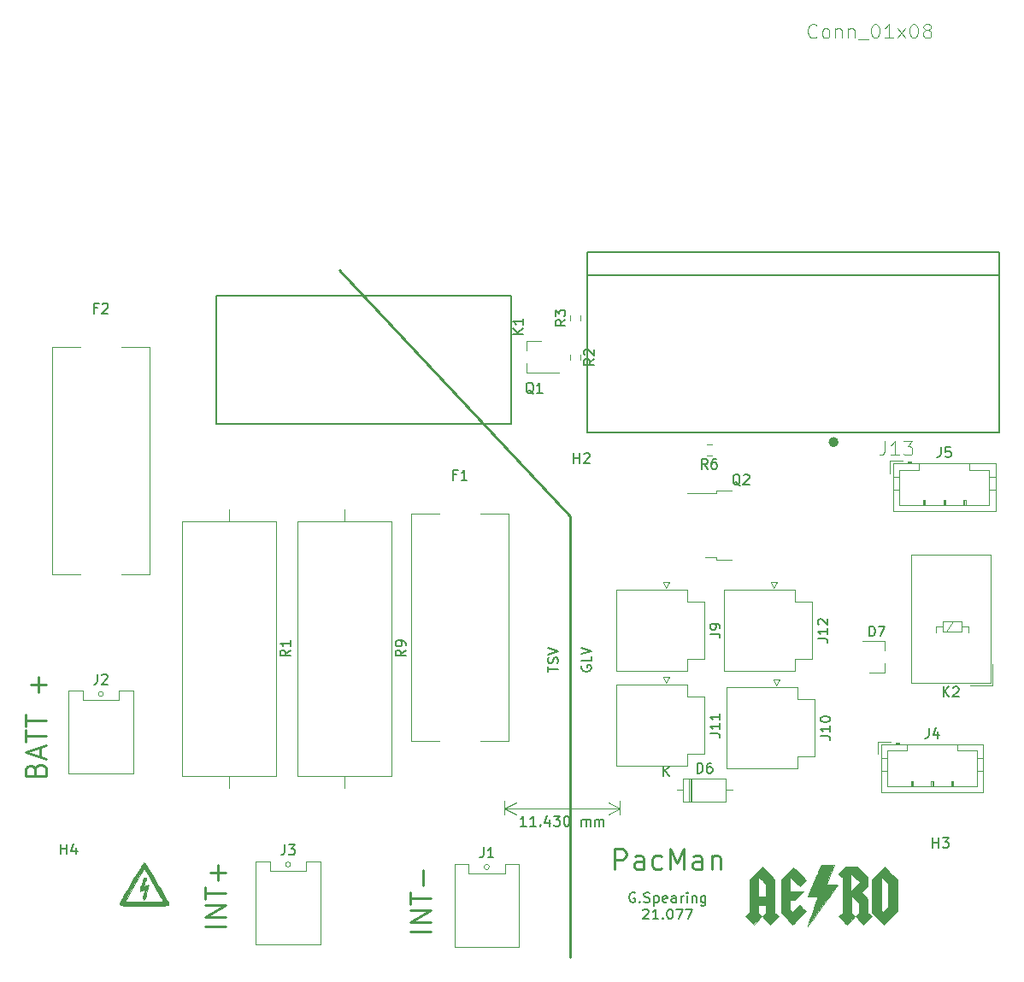
<source format=gbr>
%TF.GenerationSoftware,KiCad,Pcbnew,5.1.7-a382d34a8~88~ubuntu18.04.1*%
%TF.CreationDate,2021-03-18T09:08:07-04:00*%
%TF.ProjectId,Pacman2020,5061636d-616e-4323-9032-302e6b696361,rev?*%
%TF.SameCoordinates,Original*%
%TF.FileFunction,Legend,Top*%
%TF.FilePolarity,Positive*%
%FSLAX46Y46*%
G04 Gerber Fmt 4.6, Leading zero omitted, Abs format (unit mm)*
G04 Created by KiCad (PCBNEW 5.1.7-a382d34a8~88~ubuntu18.04.1) date 2021-03-18 09:08:07*
%MOMM*%
%LPD*%
G01*
G04 APERTURE LIST*
%ADD10C,0.250000*%
%ADD11C,0.150000*%
%ADD12C,0.240000*%
%ADD13C,0.120000*%
%ADD14C,0.010000*%
%ADD15C,0.127000*%
%ADD16C,0.500000*%
%ADD17C,0.050000*%
G04 APERTURE END LIST*
D10*
X89804761Y-141731619D02*
X87804761Y-141731619D01*
X89804761Y-140779238D02*
X87804761Y-140779238D01*
X89804761Y-139636380D01*
X87804761Y-139636380D01*
X87804761Y-138969714D02*
X87804761Y-137826857D01*
X89804761Y-138398285D02*
X87804761Y-138398285D01*
X89042857Y-137160190D02*
X89042857Y-135636380D01*
X69484761Y-141223619D02*
X67484761Y-141223619D01*
X69484761Y-140271238D02*
X67484761Y-140271238D01*
X69484761Y-139128380D01*
X67484761Y-139128380D01*
X67484761Y-138461714D02*
X67484761Y-137318857D01*
X69484761Y-137890285D02*
X67484761Y-137890285D01*
X68722857Y-136652190D02*
X68722857Y-135128380D01*
X69484761Y-135890285D02*
X67960952Y-135890285D01*
X50657142Y-125650095D02*
X50752380Y-125364380D01*
X50847619Y-125269142D01*
X51038095Y-125173904D01*
X51323809Y-125173904D01*
X51514285Y-125269142D01*
X51609523Y-125364380D01*
X51704761Y-125554857D01*
X51704761Y-126316761D01*
X49704761Y-126316761D01*
X49704761Y-125650095D01*
X49800000Y-125459619D01*
X49895238Y-125364380D01*
X50085714Y-125269142D01*
X50276190Y-125269142D01*
X50466666Y-125364380D01*
X50561904Y-125459619D01*
X50657142Y-125650095D01*
X50657142Y-126316761D01*
X51133333Y-124412000D02*
X51133333Y-123459619D01*
X51704761Y-124602476D02*
X49704761Y-123935809D01*
X51704761Y-123269142D01*
X49704761Y-122888190D02*
X49704761Y-121745333D01*
X51704761Y-122316761D02*
X49704761Y-122316761D01*
X49704761Y-121364380D02*
X49704761Y-120221523D01*
X51704761Y-120792952D02*
X49704761Y-120792952D01*
X50942857Y-118031047D02*
X50942857Y-116507238D01*
X51704761Y-117269142D02*
X50180952Y-117269142D01*
D11*
X101434380Y-115998476D02*
X101434380Y-115427047D01*
X102434380Y-115712761D02*
X101434380Y-115712761D01*
X102386761Y-115141333D02*
X102434380Y-114998476D01*
X102434380Y-114760380D01*
X102386761Y-114665142D01*
X102339142Y-114617523D01*
X102243904Y-114569904D01*
X102148666Y-114569904D01*
X102053428Y-114617523D01*
X102005809Y-114665142D01*
X101958190Y-114760380D01*
X101910571Y-114950857D01*
X101862952Y-115046095D01*
X101815333Y-115093714D01*
X101720095Y-115141333D01*
X101624857Y-115141333D01*
X101529619Y-115093714D01*
X101482000Y-115046095D01*
X101434380Y-114950857D01*
X101434380Y-114712761D01*
X101482000Y-114569904D01*
X101434380Y-114284190D02*
X102434380Y-113950857D01*
X101434380Y-113617523D01*
X104782000Y-115379428D02*
X104734380Y-115474666D01*
X104734380Y-115617523D01*
X104782000Y-115760380D01*
X104877238Y-115855619D01*
X104972476Y-115903238D01*
X105162952Y-115950857D01*
X105305809Y-115950857D01*
X105496285Y-115903238D01*
X105591523Y-115855619D01*
X105686761Y-115760380D01*
X105734380Y-115617523D01*
X105734380Y-115522285D01*
X105686761Y-115379428D01*
X105639142Y-115331809D01*
X105305809Y-115331809D01*
X105305809Y-115522285D01*
X105734380Y-114427047D02*
X105734380Y-114903238D01*
X104734380Y-114903238D01*
X104734380Y-114236571D02*
X105734380Y-113903238D01*
X104734380Y-113569904D01*
D12*
X103632000Y-100584000D02*
X80772000Y-76200000D01*
X103632000Y-144272000D02*
X103632000Y-100584000D01*
D11*
X110045904Y-137867000D02*
X109950666Y-137819380D01*
X109807809Y-137819380D01*
X109664952Y-137867000D01*
X109569714Y-137962238D01*
X109522095Y-138057476D01*
X109474476Y-138247952D01*
X109474476Y-138390809D01*
X109522095Y-138581285D01*
X109569714Y-138676523D01*
X109664952Y-138771761D01*
X109807809Y-138819380D01*
X109903047Y-138819380D01*
X110045904Y-138771761D01*
X110093523Y-138724142D01*
X110093523Y-138390809D01*
X109903047Y-138390809D01*
X110522095Y-138724142D02*
X110569714Y-138771761D01*
X110522095Y-138819380D01*
X110474476Y-138771761D01*
X110522095Y-138724142D01*
X110522095Y-138819380D01*
X110950666Y-138771761D02*
X111093523Y-138819380D01*
X111331619Y-138819380D01*
X111426857Y-138771761D01*
X111474476Y-138724142D01*
X111522095Y-138628904D01*
X111522095Y-138533666D01*
X111474476Y-138438428D01*
X111426857Y-138390809D01*
X111331619Y-138343190D01*
X111141142Y-138295571D01*
X111045904Y-138247952D01*
X110998285Y-138200333D01*
X110950666Y-138105095D01*
X110950666Y-138009857D01*
X110998285Y-137914619D01*
X111045904Y-137867000D01*
X111141142Y-137819380D01*
X111379238Y-137819380D01*
X111522095Y-137867000D01*
X111950666Y-138152714D02*
X111950666Y-139152714D01*
X111950666Y-138200333D02*
X112045904Y-138152714D01*
X112236380Y-138152714D01*
X112331619Y-138200333D01*
X112379238Y-138247952D01*
X112426857Y-138343190D01*
X112426857Y-138628904D01*
X112379238Y-138724142D01*
X112331619Y-138771761D01*
X112236380Y-138819380D01*
X112045904Y-138819380D01*
X111950666Y-138771761D01*
X113236380Y-138771761D02*
X113141142Y-138819380D01*
X112950666Y-138819380D01*
X112855428Y-138771761D01*
X112807809Y-138676523D01*
X112807809Y-138295571D01*
X112855428Y-138200333D01*
X112950666Y-138152714D01*
X113141142Y-138152714D01*
X113236380Y-138200333D01*
X113284000Y-138295571D01*
X113284000Y-138390809D01*
X112807809Y-138486047D01*
X114141142Y-138819380D02*
X114141142Y-138295571D01*
X114093523Y-138200333D01*
X113998285Y-138152714D01*
X113807809Y-138152714D01*
X113712571Y-138200333D01*
X114141142Y-138771761D02*
X114045904Y-138819380D01*
X113807809Y-138819380D01*
X113712571Y-138771761D01*
X113664952Y-138676523D01*
X113664952Y-138581285D01*
X113712571Y-138486047D01*
X113807809Y-138438428D01*
X114045904Y-138438428D01*
X114141142Y-138390809D01*
X114617333Y-138819380D02*
X114617333Y-138152714D01*
X114617333Y-138343190D02*
X114664952Y-138247952D01*
X114712571Y-138200333D01*
X114807809Y-138152714D01*
X114903047Y-138152714D01*
X115236380Y-138819380D02*
X115236380Y-138152714D01*
X115236380Y-137819380D02*
X115188761Y-137867000D01*
X115236380Y-137914619D01*
X115284000Y-137867000D01*
X115236380Y-137819380D01*
X115236380Y-137914619D01*
X115712571Y-138152714D02*
X115712571Y-138819380D01*
X115712571Y-138247952D02*
X115760190Y-138200333D01*
X115855428Y-138152714D01*
X115998285Y-138152714D01*
X116093523Y-138200333D01*
X116141142Y-138295571D01*
X116141142Y-138819380D01*
X117045904Y-138152714D02*
X117045904Y-138962238D01*
X116998285Y-139057476D01*
X116950666Y-139105095D01*
X116855428Y-139152714D01*
X116712571Y-139152714D01*
X116617333Y-139105095D01*
X117045904Y-138771761D02*
X116950666Y-138819380D01*
X116760190Y-138819380D01*
X116664952Y-138771761D01*
X116617333Y-138724142D01*
X116569714Y-138628904D01*
X116569714Y-138343190D01*
X116617333Y-138247952D01*
X116664952Y-138200333D01*
X116760190Y-138152714D01*
X116950666Y-138152714D01*
X117045904Y-138200333D01*
X110855428Y-139564619D02*
X110903047Y-139517000D01*
X110998285Y-139469380D01*
X111236380Y-139469380D01*
X111331619Y-139517000D01*
X111379238Y-139564619D01*
X111426857Y-139659857D01*
X111426857Y-139755095D01*
X111379238Y-139897952D01*
X110807809Y-140469380D01*
X111426857Y-140469380D01*
X112379238Y-140469380D02*
X111807809Y-140469380D01*
X112093523Y-140469380D02*
X112093523Y-139469380D01*
X111998285Y-139612238D01*
X111903047Y-139707476D01*
X111807809Y-139755095D01*
X112807809Y-140374142D02*
X112855428Y-140421761D01*
X112807809Y-140469380D01*
X112760190Y-140421761D01*
X112807809Y-140374142D01*
X112807809Y-140469380D01*
X113474476Y-139469380D02*
X113569714Y-139469380D01*
X113664952Y-139517000D01*
X113712571Y-139564619D01*
X113760190Y-139659857D01*
X113807809Y-139850333D01*
X113807809Y-140088428D01*
X113760190Y-140278904D01*
X113712571Y-140374142D01*
X113664952Y-140421761D01*
X113569714Y-140469380D01*
X113474476Y-140469380D01*
X113379238Y-140421761D01*
X113331619Y-140374142D01*
X113284000Y-140278904D01*
X113236380Y-140088428D01*
X113236380Y-139850333D01*
X113284000Y-139659857D01*
X113331619Y-139564619D01*
X113379238Y-139517000D01*
X113474476Y-139469380D01*
X114141142Y-139469380D02*
X114807809Y-139469380D01*
X114379238Y-140469380D01*
X115093523Y-139469380D02*
X115760190Y-139469380D01*
X115331619Y-140469380D01*
D10*
X108045904Y-135524761D02*
X108045904Y-133524761D01*
X108807809Y-133524761D01*
X108998285Y-133620000D01*
X109093523Y-133715238D01*
X109188761Y-133905714D01*
X109188761Y-134191428D01*
X109093523Y-134381904D01*
X108998285Y-134477142D01*
X108807809Y-134572380D01*
X108045904Y-134572380D01*
X110903047Y-135524761D02*
X110903047Y-134477142D01*
X110807809Y-134286666D01*
X110617333Y-134191428D01*
X110236380Y-134191428D01*
X110045904Y-134286666D01*
X110903047Y-135429523D02*
X110712571Y-135524761D01*
X110236380Y-135524761D01*
X110045904Y-135429523D01*
X109950666Y-135239047D01*
X109950666Y-135048571D01*
X110045904Y-134858095D01*
X110236380Y-134762857D01*
X110712571Y-134762857D01*
X110903047Y-134667619D01*
X112712571Y-135429523D02*
X112522095Y-135524761D01*
X112141142Y-135524761D01*
X111950666Y-135429523D01*
X111855428Y-135334285D01*
X111760190Y-135143809D01*
X111760190Y-134572380D01*
X111855428Y-134381904D01*
X111950666Y-134286666D01*
X112141142Y-134191428D01*
X112522095Y-134191428D01*
X112712571Y-134286666D01*
X113569714Y-135524761D02*
X113569714Y-133524761D01*
X114236380Y-134953333D01*
X114903047Y-133524761D01*
X114903047Y-135524761D01*
X116712571Y-135524761D02*
X116712571Y-134477142D01*
X116617333Y-134286666D01*
X116426857Y-134191428D01*
X116045904Y-134191428D01*
X115855428Y-134286666D01*
X116712571Y-135429523D02*
X116522095Y-135524761D01*
X116045904Y-135524761D01*
X115855428Y-135429523D01*
X115760190Y-135239047D01*
X115760190Y-135048571D01*
X115855428Y-134858095D01*
X116045904Y-134762857D01*
X116522095Y-134762857D01*
X116712571Y-134667619D01*
X117664952Y-134191428D02*
X117664952Y-135524761D01*
X117664952Y-134381904D02*
X117760190Y-134286666D01*
X117950666Y-134191428D01*
X118236380Y-134191428D01*
X118426857Y-134286666D01*
X118522095Y-134477142D01*
X118522095Y-135524761D01*
D11*
X99298571Y-131262380D02*
X98727142Y-131262380D01*
X99012857Y-131262380D02*
X99012857Y-130262380D01*
X98917619Y-130405238D01*
X98822380Y-130500476D01*
X98727142Y-130548095D01*
X100250952Y-131262380D02*
X99679523Y-131262380D01*
X99965238Y-131262380D02*
X99965238Y-130262380D01*
X99870000Y-130405238D01*
X99774761Y-130500476D01*
X99679523Y-130548095D01*
X100679523Y-131167142D02*
X100727142Y-131214761D01*
X100679523Y-131262380D01*
X100631904Y-131214761D01*
X100679523Y-131167142D01*
X100679523Y-131262380D01*
X101584285Y-130595714D02*
X101584285Y-131262380D01*
X101346190Y-130214761D02*
X101108095Y-130929047D01*
X101727142Y-130929047D01*
X102012857Y-130262380D02*
X102631904Y-130262380D01*
X102298571Y-130643333D01*
X102441428Y-130643333D01*
X102536666Y-130690952D01*
X102584285Y-130738571D01*
X102631904Y-130833809D01*
X102631904Y-131071904D01*
X102584285Y-131167142D01*
X102536666Y-131214761D01*
X102441428Y-131262380D01*
X102155714Y-131262380D01*
X102060476Y-131214761D01*
X102012857Y-131167142D01*
X103250952Y-130262380D02*
X103346190Y-130262380D01*
X103441428Y-130310000D01*
X103489047Y-130357619D01*
X103536666Y-130452857D01*
X103584285Y-130643333D01*
X103584285Y-130881428D01*
X103536666Y-131071904D01*
X103489047Y-131167142D01*
X103441428Y-131214761D01*
X103346190Y-131262380D01*
X103250952Y-131262380D01*
X103155714Y-131214761D01*
X103108095Y-131167142D01*
X103060476Y-131071904D01*
X103012857Y-130881428D01*
X103012857Y-130643333D01*
X103060476Y-130452857D01*
X103108095Y-130357619D01*
X103155714Y-130310000D01*
X103250952Y-130262380D01*
X104774761Y-131262380D02*
X104774761Y-130595714D01*
X104774761Y-130690952D02*
X104822380Y-130643333D01*
X104917619Y-130595714D01*
X105060476Y-130595714D01*
X105155714Y-130643333D01*
X105203333Y-130738571D01*
X105203333Y-131262380D01*
X105203333Y-130738571D02*
X105250952Y-130643333D01*
X105346190Y-130595714D01*
X105489047Y-130595714D01*
X105584285Y-130643333D01*
X105631904Y-130738571D01*
X105631904Y-131262380D01*
X106108095Y-131262380D02*
X106108095Y-130595714D01*
X106108095Y-130690952D02*
X106155714Y-130643333D01*
X106250952Y-130595714D01*
X106393809Y-130595714D01*
X106489047Y-130643333D01*
X106536666Y-130738571D01*
X106536666Y-131262380D01*
X106536666Y-130738571D02*
X106584285Y-130643333D01*
X106679523Y-130595714D01*
X106822380Y-130595714D01*
X106917619Y-130643333D01*
X106965238Y-130738571D01*
X106965238Y-131262380D01*
D13*
X97155000Y-129540000D02*
X108585000Y-129540000D01*
X97155000Y-128778001D02*
X97155000Y-130126421D01*
X108585000Y-128778001D02*
X108585000Y-130126421D01*
X108585000Y-129540000D02*
X107458496Y-130126421D01*
X108585000Y-129540000D02*
X107458496Y-128953579D01*
X97155000Y-129540000D02*
X98281504Y-130126421D01*
X97155000Y-129540000D02*
X98281504Y-128953579D01*
D14*
%TO.C,Ref\u002A\u002A*%
G36*
X61635982Y-136366483D02*
G01*
X61679494Y-136397361D01*
X61679667Y-136400299D01*
X61663332Y-136458321D01*
X61619385Y-136574041D01*
X61555408Y-136728152D01*
X61509808Y-136832718D01*
X61439915Y-136996535D01*
X61388380Y-137129762D01*
X61361676Y-137214893D01*
X61360644Y-137236088D01*
X61407702Y-137232546D01*
X61507463Y-137201728D01*
X61599648Y-137166058D01*
X61725569Y-137116051D01*
X61819260Y-137083100D01*
X61851484Y-137075333D01*
X61853670Y-137113592D01*
X61836067Y-137218356D01*
X61801742Y-137374606D01*
X61753763Y-137567326D01*
X61741567Y-137613550D01*
X61677691Y-137866751D01*
X61641591Y-138043613D01*
X61632677Y-138147570D01*
X61644224Y-138180259D01*
X61650792Y-138231620D01*
X61599358Y-138337372D01*
X61555963Y-138404042D01*
X61480692Y-138510504D01*
X61426665Y-138581436D01*
X61409167Y-138599333D01*
X61390698Y-138563007D01*
X61358919Y-138471627D01*
X61344681Y-138425593D01*
X61306813Y-138302928D01*
X61276055Y-138209560D01*
X61269951Y-138192760D01*
X61280821Y-138141424D01*
X61311181Y-138133667D01*
X61362804Y-138091791D01*
X61421695Y-137967220D01*
X61463877Y-137841345D01*
X61507357Y-137695331D01*
X61539007Y-137583584D01*
X61552550Y-137528338D01*
X61552667Y-137526810D01*
X61517084Y-137530063D01*
X61423827Y-137559973D01*
X61293893Y-137609747D01*
X61160046Y-137660665D01*
X61060448Y-137692053D01*
X61017423Y-137697201D01*
X61022308Y-137652587D01*
X61047231Y-137540743D01*
X61088701Y-137375769D01*
X61143226Y-137171767D01*
X61183098Y-137028169D01*
X61366468Y-136376833D01*
X61523067Y-136363694D01*
X61635982Y-136366483D01*
G37*
X61635982Y-136366483D02*
X61679494Y-136397361D01*
X61679667Y-136400299D01*
X61663332Y-136458321D01*
X61619385Y-136574041D01*
X61555408Y-136728152D01*
X61509808Y-136832718D01*
X61439915Y-136996535D01*
X61388380Y-137129762D01*
X61361676Y-137214893D01*
X61360644Y-137236088D01*
X61407702Y-137232546D01*
X61507463Y-137201728D01*
X61599648Y-137166058D01*
X61725569Y-137116051D01*
X61819260Y-137083100D01*
X61851484Y-137075333D01*
X61853670Y-137113592D01*
X61836067Y-137218356D01*
X61801742Y-137374606D01*
X61753763Y-137567326D01*
X61741567Y-137613550D01*
X61677691Y-137866751D01*
X61641591Y-138043613D01*
X61632677Y-138147570D01*
X61644224Y-138180259D01*
X61650792Y-138231620D01*
X61599358Y-138337372D01*
X61555963Y-138404042D01*
X61480692Y-138510504D01*
X61426665Y-138581436D01*
X61409167Y-138599333D01*
X61390698Y-138563007D01*
X61358919Y-138471627D01*
X61344681Y-138425593D01*
X61306813Y-138302928D01*
X61276055Y-138209560D01*
X61269951Y-138192760D01*
X61280821Y-138141424D01*
X61311181Y-138133667D01*
X61362804Y-138091791D01*
X61421695Y-137967220D01*
X61463877Y-137841345D01*
X61507357Y-137695331D01*
X61539007Y-137583584D01*
X61552550Y-137528338D01*
X61552667Y-137526810D01*
X61517084Y-137530063D01*
X61423827Y-137559973D01*
X61293893Y-137609747D01*
X61160046Y-137660665D01*
X61060448Y-137692053D01*
X61017423Y-137697201D01*
X61022308Y-137652587D01*
X61047231Y-137540743D01*
X61088701Y-137375769D01*
X61143226Y-137171767D01*
X61183098Y-137028169D01*
X61366468Y-136376833D01*
X61523067Y-136363694D01*
X61635982Y-136366483D01*
G36*
X61494445Y-134900379D02*
G01*
X61553796Y-134943651D01*
X61588586Y-134994046D01*
X61659778Y-135108681D01*
X61762630Y-135279338D01*
X61892396Y-135497801D01*
X62044336Y-135755855D01*
X62213704Y-136045282D01*
X62395760Y-136357867D01*
X62585758Y-136685394D01*
X62778957Y-137019645D01*
X62970612Y-137352406D01*
X63155982Y-137675459D01*
X63330322Y-137980588D01*
X63488890Y-138259578D01*
X63626943Y-138504211D01*
X63739737Y-138706272D01*
X63822530Y-138857545D01*
X63870578Y-138949812D01*
X63881000Y-138974964D01*
X63853888Y-139035578D01*
X63814476Y-139083143D01*
X63792397Y-139097757D01*
X63753349Y-139110095D01*
X63690671Y-139120345D01*
X63597699Y-139128693D01*
X63467773Y-139135328D01*
X63294229Y-139140438D01*
X63070408Y-139144209D01*
X62789645Y-139146829D01*
X62445281Y-139148486D01*
X62030652Y-139149368D01*
X61539096Y-139149662D01*
X61451901Y-139149667D01*
X60930798Y-139149282D01*
X60488453Y-139148035D01*
X60118957Y-139145789D01*
X59816405Y-139142406D01*
X59574888Y-139137749D01*
X59388501Y-139131679D01*
X59251337Y-139124059D01*
X59157488Y-139114751D01*
X59101048Y-139103618D01*
X59080237Y-139094378D01*
X59025171Y-139014459D01*
X59019229Y-138953539D01*
X59044541Y-138892020D01*
X59107944Y-138767644D01*
X59138111Y-138711789D01*
X59563000Y-138711789D01*
X59603919Y-138714798D01*
X59721017Y-138717597D01*
X59905809Y-138720121D01*
X60149807Y-138722303D01*
X60444525Y-138724079D01*
X60781477Y-138725383D01*
X61152174Y-138726150D01*
X61451015Y-138726333D01*
X63339030Y-138726333D01*
X63258024Y-138588750D01*
X63219838Y-138522608D01*
X63144787Y-138391470D01*
X63037793Y-138203975D01*
X62903778Y-137968765D01*
X62747664Y-137694479D01*
X62574372Y-137389758D01*
X62388824Y-137063241D01*
X62316278Y-136935514D01*
X62130525Y-136610600D01*
X61956948Y-136311156D01*
X61800067Y-136044673D01*
X61664400Y-135818639D01*
X61554468Y-135640544D01*
X61474790Y-135517877D01*
X61429886Y-135458129D01*
X61422139Y-135453848D01*
X61395819Y-135495504D01*
X61333281Y-135601223D01*
X61239717Y-135761901D01*
X61120321Y-135968438D01*
X60980288Y-136211731D01*
X60824810Y-136482681D01*
X60659082Y-136772184D01*
X60488297Y-137071140D01*
X60317649Y-137370448D01*
X60152332Y-137661006D01*
X59997539Y-137933712D01*
X59858464Y-138179465D01*
X59740301Y-138389164D01*
X59648243Y-138553707D01*
X59587485Y-138663993D01*
X59563219Y-138710920D01*
X59563000Y-138711789D01*
X59138111Y-138711789D01*
X59204658Y-138588576D01*
X59329899Y-138362981D01*
X59478887Y-138099024D01*
X59646840Y-137804873D01*
X59828976Y-137488691D01*
X60020512Y-137158645D01*
X60216668Y-136822901D01*
X60412661Y-136489624D01*
X60603709Y-136166979D01*
X60785032Y-135863132D01*
X60951846Y-135586250D01*
X61099371Y-135344497D01*
X61222824Y-135146039D01*
X61317423Y-134999042D01*
X61378387Y-134911671D01*
X61398673Y-134890298D01*
X61494445Y-134900379D01*
G37*
X61494445Y-134900379D02*
X61553796Y-134943651D01*
X61588586Y-134994046D01*
X61659778Y-135108681D01*
X61762630Y-135279338D01*
X61892396Y-135497801D01*
X62044336Y-135755855D01*
X62213704Y-136045282D01*
X62395760Y-136357867D01*
X62585758Y-136685394D01*
X62778957Y-137019645D01*
X62970612Y-137352406D01*
X63155982Y-137675459D01*
X63330322Y-137980588D01*
X63488890Y-138259578D01*
X63626943Y-138504211D01*
X63739737Y-138706272D01*
X63822530Y-138857545D01*
X63870578Y-138949812D01*
X63881000Y-138974964D01*
X63853888Y-139035578D01*
X63814476Y-139083143D01*
X63792397Y-139097757D01*
X63753349Y-139110095D01*
X63690671Y-139120345D01*
X63597699Y-139128693D01*
X63467773Y-139135328D01*
X63294229Y-139140438D01*
X63070408Y-139144209D01*
X62789645Y-139146829D01*
X62445281Y-139148486D01*
X62030652Y-139149368D01*
X61539096Y-139149662D01*
X61451901Y-139149667D01*
X60930798Y-139149282D01*
X60488453Y-139148035D01*
X60118957Y-139145789D01*
X59816405Y-139142406D01*
X59574888Y-139137749D01*
X59388501Y-139131679D01*
X59251337Y-139124059D01*
X59157488Y-139114751D01*
X59101048Y-139103618D01*
X59080237Y-139094378D01*
X59025171Y-139014459D01*
X59019229Y-138953539D01*
X59044541Y-138892020D01*
X59107944Y-138767644D01*
X59138111Y-138711789D01*
X59563000Y-138711789D01*
X59603919Y-138714798D01*
X59721017Y-138717597D01*
X59905809Y-138720121D01*
X60149807Y-138722303D01*
X60444525Y-138724079D01*
X60781477Y-138725383D01*
X61152174Y-138726150D01*
X61451015Y-138726333D01*
X63339030Y-138726333D01*
X63258024Y-138588750D01*
X63219838Y-138522608D01*
X63144787Y-138391470D01*
X63037793Y-138203975D01*
X62903778Y-137968765D01*
X62747664Y-137694479D01*
X62574372Y-137389758D01*
X62388824Y-137063241D01*
X62316278Y-136935514D01*
X62130525Y-136610600D01*
X61956948Y-136311156D01*
X61800067Y-136044673D01*
X61664400Y-135818639D01*
X61554468Y-135640544D01*
X61474790Y-135517877D01*
X61429886Y-135458129D01*
X61422139Y-135453848D01*
X61395819Y-135495504D01*
X61333281Y-135601223D01*
X61239717Y-135761901D01*
X61120321Y-135968438D01*
X60980288Y-136211731D01*
X60824810Y-136482681D01*
X60659082Y-136772184D01*
X60488297Y-137071140D01*
X60317649Y-137370448D01*
X60152332Y-137661006D01*
X59997539Y-137933712D01*
X59858464Y-138179465D01*
X59740301Y-138389164D01*
X59648243Y-138553707D01*
X59587485Y-138663993D01*
X59563219Y-138710920D01*
X59563000Y-138711789D01*
X59138111Y-138711789D01*
X59204658Y-138588576D01*
X59329899Y-138362981D01*
X59478887Y-138099024D01*
X59646840Y-137804873D01*
X59828976Y-137488691D01*
X60020512Y-137158645D01*
X60216668Y-136822901D01*
X60412661Y-136489624D01*
X60603709Y-136166979D01*
X60785032Y-135863132D01*
X60951846Y-135586250D01*
X61099371Y-135344497D01*
X61222824Y-135146039D01*
X61317423Y-134999042D01*
X61378387Y-134911671D01*
X61398673Y-134890298D01*
X61494445Y-134900379D01*
%TO.C,G\u002A\u002A\u002A*%
G36*
X129416149Y-136111813D02*
G01*
X129056940Y-137091427D01*
X129600576Y-137091427D01*
X129805642Y-137091846D01*
X129949832Y-137093861D01*
X130042241Y-137098611D01*
X130091965Y-137107234D01*
X130108100Y-137120869D01*
X130099739Y-137140654D01*
X130089711Y-137152653D01*
X130061708Y-137189473D01*
X129996995Y-137277537D01*
X129899622Y-137411215D01*
X129773640Y-137584877D01*
X129623100Y-137792893D01*
X129452052Y-138029633D01*
X129264547Y-138289466D01*
X129064636Y-138566763D01*
X128856370Y-138855893D01*
X128643800Y-139151227D01*
X128430975Y-139447134D01*
X128221947Y-139737985D01*
X128020767Y-140018148D01*
X127831485Y-140281995D01*
X127658153Y-140523895D01*
X127504819Y-140738217D01*
X127375537Y-140919333D01*
X127274355Y-141061611D01*
X127205326Y-141159422D01*
X127172499Y-141207136D01*
X127171780Y-141208265D01*
X127174543Y-141189674D01*
X127198309Y-141111209D01*
X127241011Y-140979056D01*
X127300583Y-140799402D01*
X127374959Y-140578431D01*
X127462072Y-140322332D01*
X127559855Y-140037288D01*
X127652841Y-139768142D01*
X127759724Y-139459551D01*
X127859231Y-139171885D01*
X127949085Y-138911757D01*
X128027006Y-138685778D01*
X128090718Y-138500560D01*
X128137942Y-138362716D01*
X128166401Y-138278858D01*
X128174138Y-138254987D01*
X128141177Y-138251836D01*
X128050394Y-138249166D01*
X127913941Y-138247186D01*
X127743966Y-138246108D01*
X127654214Y-138245973D01*
X127134291Y-138245973D01*
X127525051Y-137362570D01*
X127648594Y-137083003D01*
X127781933Y-136780805D01*
X127916710Y-136474947D01*
X128044569Y-136184400D01*
X128157154Y-135928135D01*
X128210848Y-135805683D01*
X128505883Y-135132199D01*
X129775357Y-135132199D01*
X129416149Y-136111813D01*
G37*
X129416149Y-136111813D02*
X129056940Y-137091427D01*
X129600576Y-137091427D01*
X129805642Y-137091846D01*
X129949832Y-137093861D01*
X130042241Y-137098611D01*
X130091965Y-137107234D01*
X130108100Y-137120869D01*
X130099739Y-137140654D01*
X130089711Y-137152653D01*
X130061708Y-137189473D01*
X129996995Y-137277537D01*
X129899622Y-137411215D01*
X129773640Y-137584877D01*
X129623100Y-137792893D01*
X129452052Y-138029633D01*
X129264547Y-138289466D01*
X129064636Y-138566763D01*
X128856370Y-138855893D01*
X128643800Y-139151227D01*
X128430975Y-139447134D01*
X128221947Y-139737985D01*
X128020767Y-140018148D01*
X127831485Y-140281995D01*
X127658153Y-140523895D01*
X127504819Y-140738217D01*
X127375537Y-140919333D01*
X127274355Y-141061611D01*
X127205326Y-141159422D01*
X127172499Y-141207136D01*
X127171780Y-141208265D01*
X127174543Y-141189674D01*
X127198309Y-141111209D01*
X127241011Y-140979056D01*
X127300583Y-140799402D01*
X127374959Y-140578431D01*
X127462072Y-140322332D01*
X127559855Y-140037288D01*
X127652841Y-139768142D01*
X127759724Y-139459551D01*
X127859231Y-139171885D01*
X127949085Y-138911757D01*
X128027006Y-138685778D01*
X128090718Y-138500560D01*
X128137942Y-138362716D01*
X128166401Y-138278858D01*
X128174138Y-138254987D01*
X128141177Y-138251836D01*
X128050394Y-138249166D01*
X127913941Y-138247186D01*
X127743966Y-138246108D01*
X127654214Y-138245973D01*
X127134291Y-138245973D01*
X127525051Y-137362570D01*
X127648594Y-137083003D01*
X127781933Y-136780805D01*
X127916710Y-136474947D01*
X128044569Y-136184400D01*
X128157154Y-135928135D01*
X128210848Y-135805683D01*
X128505883Y-135132199D01*
X129775357Y-135132199D01*
X129416149Y-136111813D01*
G36*
X123302661Y-135910988D02*
G01*
X123905818Y-136514884D01*
X123905818Y-139835646D01*
X124088802Y-140020931D01*
X124271786Y-140206217D01*
X123869759Y-140608243D01*
X123467733Y-141010270D01*
X123066654Y-140608050D01*
X122665576Y-140205830D01*
X123031162Y-139835646D01*
X123031162Y-139120628D01*
X122261465Y-139120628D01*
X122261465Y-139835646D01*
X122444449Y-140020931D01*
X122627433Y-140206217D01*
X121823380Y-141010270D01*
X121021224Y-140205830D01*
X121204016Y-140020738D01*
X121386810Y-139835646D01*
X121386810Y-138210986D01*
X122261465Y-138210986D01*
X123031162Y-138210986D01*
X123031162Y-137071990D01*
X122648087Y-136670620D01*
X122265011Y-136269251D01*
X122263238Y-137240119D01*
X122261465Y-138210986D01*
X121386810Y-138210986D01*
X121386810Y-136618422D01*
X122043157Y-135962757D01*
X122699505Y-135307091D01*
X123302661Y-135910988D01*
G37*
X123302661Y-135910988D02*
X123905818Y-136514884D01*
X123905818Y-139835646D01*
X124088802Y-140020931D01*
X124271786Y-140206217D01*
X123869759Y-140608243D01*
X123467733Y-141010270D01*
X123066654Y-140608050D01*
X122665576Y-140205830D01*
X123031162Y-139835646D01*
X123031162Y-139120628D01*
X122261465Y-139120628D01*
X122261465Y-139835646D01*
X122444449Y-140020931D01*
X122627433Y-140206217D01*
X121823380Y-141010270D01*
X121021224Y-140205830D01*
X121204016Y-140020738D01*
X121386810Y-139835646D01*
X121386810Y-138210986D01*
X122261465Y-138210986D01*
X123031162Y-138210986D01*
X123031162Y-137071990D01*
X122648087Y-136670620D01*
X122265011Y-136269251D01*
X122263238Y-137240119D01*
X122261465Y-138210986D01*
X121386810Y-138210986D01*
X121386810Y-136618422D01*
X122043157Y-135962757D01*
X122699505Y-135307091D01*
X123302661Y-135910988D01*
G36*
X126397136Y-135961679D02*
G01*
X127036039Y-136601283D01*
X126704765Y-136933940D01*
X126373492Y-137266597D01*
X125891859Y-136785886D01*
X125410226Y-136305174D01*
X125410226Y-137759091D01*
X126074537Y-137748882D01*
X126738849Y-137738672D01*
X126311219Y-138167254D01*
X125883590Y-138595835D01*
X125410226Y-138595835D01*
X125410226Y-139606874D01*
X125534933Y-139701994D01*
X125659641Y-139797113D01*
X126016411Y-139441558D01*
X126373180Y-139086002D01*
X126688803Y-139401625D01*
X127004425Y-139717248D01*
X126354845Y-140363566D01*
X126180340Y-140536587D01*
X126022292Y-140692125D01*
X125887385Y-140823697D01*
X125782304Y-140924821D01*
X125713732Y-140989012D01*
X125688546Y-141009884D01*
X125660135Y-140986205D01*
X125589585Y-140919800D01*
X125484039Y-140817616D01*
X125350639Y-140686602D01*
X125196526Y-140533704D01*
X125103699Y-140440972D01*
X124535570Y-139872060D01*
X124535570Y-136551604D01*
X125146902Y-135936840D01*
X125758234Y-135322075D01*
X126397136Y-135961679D01*
G37*
X126397136Y-135961679D02*
X127036039Y-136601283D01*
X126704765Y-136933940D01*
X126373492Y-137266597D01*
X125891859Y-136785886D01*
X125410226Y-136305174D01*
X125410226Y-137759091D01*
X126074537Y-137748882D01*
X126738849Y-137738672D01*
X126311219Y-138167254D01*
X125883590Y-138595835D01*
X125410226Y-138595835D01*
X125410226Y-139606874D01*
X125534933Y-139701994D01*
X125659641Y-139797113D01*
X126016411Y-139441558D01*
X126373180Y-139086002D01*
X126688803Y-139401625D01*
X127004425Y-139717248D01*
X126354845Y-140363566D01*
X126180340Y-140536587D01*
X126022292Y-140692125D01*
X125887385Y-140823697D01*
X125782304Y-140924821D01*
X125713732Y-140989012D01*
X125688546Y-141009884D01*
X125660135Y-140986205D01*
X125589585Y-140919800D01*
X125484039Y-140817616D01*
X125350639Y-140686602D01*
X125196526Y-140533704D01*
X125103699Y-140440972D01*
X124535570Y-139872060D01*
X124535570Y-136551604D01*
X125146902Y-135936840D01*
X125758234Y-135322075D01*
X126397136Y-135961679D01*
G36*
X132609094Y-135806121D02*
G01*
X133107195Y-136305113D01*
X133107195Y-137212495D01*
X132496357Y-137826177D01*
X132819269Y-138150437D01*
X133142182Y-138474698D01*
X133142182Y-139835646D01*
X133325166Y-140020931D01*
X133508149Y-140206217D01*
X132704096Y-141010270D01*
X131919312Y-140222694D01*
X132091904Y-140030270D01*
X132264497Y-139837846D01*
X132266011Y-139382428D01*
X132267526Y-138927011D01*
X131882678Y-138543356D01*
X131497829Y-138159700D01*
X131497829Y-139875463D01*
X131673146Y-140048144D01*
X131848464Y-140220825D01*
X131455053Y-140615355D01*
X131320179Y-140749260D01*
X131202343Y-140863693D01*
X131110396Y-140950262D01*
X131053184Y-141000577D01*
X131039023Y-141009884D01*
X131008378Y-140985858D01*
X130938426Y-140919504D01*
X130837856Y-140819412D01*
X130715358Y-140694171D01*
X130633510Y-140609024D01*
X130250618Y-140208164D01*
X130436896Y-140024200D01*
X130623173Y-139840236D01*
X130623173Y-137703343D01*
X131427857Y-137703343D01*
X131873759Y-137257440D01*
X132319662Y-136811537D01*
X131427857Y-135919732D01*
X131427857Y-137703343D01*
X130623173Y-137703343D01*
X130623173Y-136411225D01*
X130422879Y-136208818D01*
X130222585Y-136006412D01*
X130570914Y-135656771D01*
X130919244Y-135307130D01*
X132110993Y-135307130D01*
X132609094Y-135806121D01*
G37*
X132609094Y-135806121D02*
X133107195Y-136305113D01*
X133107195Y-137212495D01*
X132496357Y-137826177D01*
X132819269Y-138150437D01*
X133142182Y-138474698D01*
X133142182Y-139835646D01*
X133325166Y-140020931D01*
X133508149Y-140206217D01*
X132704096Y-141010270D01*
X131919312Y-140222694D01*
X132091904Y-140030270D01*
X132264497Y-139837846D01*
X132266011Y-139382428D01*
X132267526Y-138927011D01*
X131882678Y-138543356D01*
X131497829Y-138159700D01*
X131497829Y-139875463D01*
X131673146Y-140048144D01*
X131848464Y-140220825D01*
X131455053Y-140615355D01*
X131320179Y-140749260D01*
X131202343Y-140863693D01*
X131110396Y-140950262D01*
X131053184Y-141000577D01*
X131039023Y-141009884D01*
X131008378Y-140985858D01*
X130938426Y-140919504D01*
X130837856Y-140819412D01*
X130715358Y-140694171D01*
X130633510Y-140609024D01*
X130250618Y-140208164D01*
X130436896Y-140024200D01*
X130623173Y-139840236D01*
X130623173Y-137703343D01*
X131427857Y-137703343D01*
X131873759Y-137257440D01*
X132319662Y-136811537D01*
X131427857Y-135919732D01*
X131427857Y-137703343D01*
X130623173Y-137703343D01*
X130623173Y-136411225D01*
X130422879Y-136208818D01*
X130222585Y-136006412D01*
X130570914Y-135656771D01*
X130919244Y-135307130D01*
X132110993Y-135307130D01*
X132609094Y-135806121D01*
G36*
X135416292Y-135919394D02*
G01*
X136046038Y-136548412D01*
X136046038Y-139698592D01*
X134733332Y-141009934D01*
X133562016Y-139837096D01*
X133562016Y-139554625D01*
X134436672Y-139554625D01*
X134548987Y-139670504D01*
X134661301Y-139786384D01*
X134898849Y-139550656D01*
X135136397Y-139314929D01*
X135136397Y-136967663D01*
X134786534Y-136619113D01*
X134436672Y-136270564D01*
X134436672Y-139554625D01*
X133562016Y-139554625D01*
X133562016Y-136513405D01*
X134174281Y-135901890D01*
X134786545Y-135290376D01*
X135416292Y-135919394D01*
G37*
X135416292Y-135919394D02*
X136046038Y-136548412D01*
X136046038Y-139698592D01*
X134733332Y-141009934D01*
X133562016Y-139837096D01*
X133562016Y-139554625D01*
X134436672Y-139554625D01*
X134548987Y-139670504D01*
X134661301Y-139786384D01*
X134898849Y-139550656D01*
X135136397Y-139314929D01*
X135136397Y-136967663D01*
X134786534Y-136619113D01*
X134436672Y-136270564D01*
X134436672Y-139554625D01*
X133562016Y-139554625D01*
X133562016Y-136513405D01*
X134174281Y-135901890D01*
X134786545Y-135290376D01*
X135416292Y-135919394D01*
D11*
%TO.C,K1*%
X97790000Y-91440000D02*
X68580000Y-91440000D01*
X68580000Y-91440000D02*
X68580000Y-78740000D01*
X68580000Y-78740000D02*
X97790000Y-78740000D01*
X97790000Y-78740000D02*
X97790000Y-91440000D01*
D13*
%TO.C,Q2*%
X119605000Y-98025000D02*
X118105000Y-98025000D01*
X118105000Y-98025000D02*
X118105000Y-98295000D01*
X118105000Y-98295000D02*
X115275000Y-98295000D01*
X119605000Y-104925000D02*
X118105000Y-104925000D01*
X118105000Y-104925000D02*
X118105000Y-104655000D01*
X118105000Y-104655000D02*
X117005000Y-104655000D01*
%TO.C,J5*%
X135640000Y-95345000D02*
X135640000Y-100065000D01*
X135640000Y-100065000D02*
X145760000Y-100065000D01*
X145760000Y-100065000D02*
X145760000Y-95345000D01*
X145760000Y-95345000D02*
X135640000Y-95345000D01*
X137400000Y-95345000D02*
X137400000Y-95145000D01*
X137400000Y-95145000D02*
X137100000Y-95145000D01*
X137100000Y-95145000D02*
X137100000Y-95345000D01*
X137400000Y-95245000D02*
X137100000Y-95245000D01*
X138200000Y-95345000D02*
X138200000Y-95955000D01*
X138200000Y-95955000D02*
X136250000Y-95955000D01*
X136250000Y-95955000D02*
X136250000Y-99455000D01*
X136250000Y-99455000D02*
X145150000Y-99455000D01*
X145150000Y-99455000D02*
X145150000Y-95955000D01*
X145150000Y-95955000D02*
X143200000Y-95955000D01*
X143200000Y-95955000D02*
X143200000Y-95345000D01*
X135640000Y-96655000D02*
X136250000Y-96655000D01*
X135640000Y-97955000D02*
X136250000Y-97955000D01*
X145760000Y-96655000D02*
X145150000Y-96655000D01*
X145760000Y-97955000D02*
X145150000Y-97955000D01*
X138600000Y-99455000D02*
X138600000Y-98955000D01*
X138600000Y-98955000D02*
X138800000Y-98955000D01*
X138800000Y-98955000D02*
X138800000Y-99455000D01*
X138700000Y-99455000D02*
X138700000Y-98955000D01*
X140600000Y-99455000D02*
X140600000Y-98955000D01*
X140600000Y-98955000D02*
X140800000Y-98955000D01*
X140800000Y-98955000D02*
X140800000Y-99455000D01*
X140700000Y-99455000D02*
X140700000Y-98955000D01*
X142600000Y-99455000D02*
X142600000Y-98955000D01*
X142600000Y-98955000D02*
X142800000Y-98955000D01*
X142800000Y-98955000D02*
X142800000Y-99455000D01*
X142700000Y-99455000D02*
X142700000Y-98955000D01*
X136590000Y-95045000D02*
X135340000Y-95045000D01*
X135340000Y-95045000D02*
X135340000Y-96295000D01*
%TO.C,R9*%
X81280000Y-127465000D02*
X81280000Y-126285000D01*
X81280000Y-99865000D02*
X81280000Y-101045000D01*
X85900000Y-126285000D02*
X85900000Y-101045000D01*
X76660000Y-126285000D02*
X85900000Y-126285000D01*
X76660000Y-101045000D02*
X76660000Y-126285000D01*
X85900000Y-101045000D02*
X76660000Y-101045000D01*
%TO.C,R1*%
X69850000Y-127465000D02*
X69850000Y-126285000D01*
X69850000Y-99865000D02*
X69850000Y-101045000D01*
X74470000Y-126285000D02*
X74470000Y-101045000D01*
X65230000Y-126285000D02*
X74470000Y-126285000D01*
X65230000Y-101045000D02*
X65230000Y-126285000D01*
X74470000Y-101045000D02*
X65230000Y-101045000D01*
D15*
%TO.C,J13*%
X146130000Y-92275000D02*
X105330000Y-92275000D01*
X105330000Y-92275000D02*
X105330000Y-76725000D01*
X105330000Y-76725000D02*
X105330000Y-74425000D01*
X105330000Y-74425000D02*
X114030000Y-74425000D01*
X114030000Y-74425000D02*
X146130000Y-74425000D01*
X146130000Y-74425000D02*
X146130000Y-76725000D01*
X146130000Y-76725000D02*
X146130000Y-92275000D01*
X105330000Y-76725000D02*
X146130000Y-76725000D01*
D16*
X129980000Y-93225000D02*
G75*
G03*
X129980000Y-93225000I-250000J0D01*
G01*
D13*
%TO.C,Q1*%
X99340000Y-83195000D02*
X100800000Y-83195000D01*
X99340000Y-86355000D02*
X102500000Y-86355000D01*
X99340000Y-86355000D02*
X99340000Y-85425000D01*
X99340000Y-83195000D02*
X99340000Y-84125000D01*
%TO.C,R6*%
X117667224Y-94522500D02*
X117157776Y-94522500D01*
X117667224Y-93477500D02*
X117157776Y-93477500D01*
%TO.C,R3*%
X103617500Y-81177224D02*
X103617500Y-80667776D01*
X104662500Y-81177224D02*
X104662500Y-80667776D01*
%TO.C,R2*%
X104662500Y-84557776D02*
X104662500Y-85067224D01*
X103617500Y-84557776D02*
X103617500Y-85067224D01*
%TO.C,K2*%
X145451000Y-117301000D02*
X143251000Y-117301000D01*
X145451000Y-115201000D02*
X145451000Y-117301000D01*
X145251000Y-104401000D02*
X145251000Y-117101000D01*
X137451000Y-104401000D02*
X145251000Y-104401000D01*
X137451000Y-117101000D02*
X137451000Y-104401000D01*
X145251000Y-117101000D02*
X137451000Y-117101000D01*
X140905000Y-111991000D02*
X141540000Y-110975000D01*
X143089000Y-112118000D02*
X143089000Y-111483000D01*
X143089000Y-111483000D02*
X142429000Y-111483000D01*
X139889000Y-112118000D02*
X139889000Y-111483000D01*
X139889000Y-111483000D02*
X140524000Y-111483000D01*
X140524000Y-111991000D02*
X142429000Y-111991000D01*
X142429000Y-111991000D02*
X142429000Y-110975000D01*
X142429000Y-110975000D02*
X140524000Y-110975000D01*
X140524000Y-111991000D02*
X140524000Y-110975000D01*
%TO.C,J12*%
X118899000Y-107843000D02*
X125919000Y-107843000D01*
X125919000Y-107843000D02*
X125919000Y-109043000D01*
X125919000Y-109043000D02*
X127619000Y-109043000D01*
X127619000Y-109043000D02*
X127619000Y-114723000D01*
X127619000Y-114723000D02*
X125919000Y-114723000D01*
X125919000Y-114723000D02*
X125919000Y-115923000D01*
X125919000Y-115923000D02*
X118899000Y-115923000D01*
X118899000Y-115923000D02*
X118899000Y-107843000D01*
X123809000Y-107643000D02*
X123509000Y-107043000D01*
X123509000Y-107043000D02*
X124109000Y-107043000D01*
X124109000Y-107043000D02*
X123809000Y-107643000D01*
%TO.C,J11*%
X108231000Y-117241000D02*
X115251000Y-117241000D01*
X115251000Y-117241000D02*
X115251000Y-118441000D01*
X115251000Y-118441000D02*
X116951000Y-118441000D01*
X116951000Y-118441000D02*
X116951000Y-124121000D01*
X116951000Y-124121000D02*
X115251000Y-124121000D01*
X115251000Y-124121000D02*
X115251000Y-125321000D01*
X115251000Y-125321000D02*
X108231000Y-125321000D01*
X108231000Y-125321000D02*
X108231000Y-117241000D01*
X113141000Y-117041000D02*
X112841000Y-116441000D01*
X112841000Y-116441000D02*
X113441000Y-116441000D01*
X113441000Y-116441000D02*
X113141000Y-117041000D01*
%TO.C,J10*%
X119153000Y-117495000D02*
X126173000Y-117495000D01*
X126173000Y-117495000D02*
X126173000Y-118695000D01*
X126173000Y-118695000D02*
X127873000Y-118695000D01*
X127873000Y-118695000D02*
X127873000Y-124375000D01*
X127873000Y-124375000D02*
X126173000Y-124375000D01*
X126173000Y-124375000D02*
X126173000Y-125575000D01*
X126173000Y-125575000D02*
X119153000Y-125575000D01*
X119153000Y-125575000D02*
X119153000Y-117495000D01*
X124063000Y-117295000D02*
X123763000Y-116695000D01*
X123763000Y-116695000D02*
X124363000Y-116695000D01*
X124363000Y-116695000D02*
X124063000Y-117295000D01*
%TO.C,J9*%
X108231000Y-107843000D02*
X115251000Y-107843000D01*
X115251000Y-107843000D02*
X115251000Y-109043000D01*
X115251000Y-109043000D02*
X116951000Y-109043000D01*
X116951000Y-109043000D02*
X116951000Y-114723000D01*
X116951000Y-114723000D02*
X115251000Y-114723000D01*
X115251000Y-114723000D02*
X115251000Y-115923000D01*
X115251000Y-115923000D02*
X108231000Y-115923000D01*
X108231000Y-115923000D02*
X108231000Y-107843000D01*
X113141000Y-107643000D02*
X112841000Y-107043000D01*
X112841000Y-107043000D02*
X113441000Y-107043000D01*
X113441000Y-107043000D02*
X113141000Y-107643000D01*
%TO.C,J4*%
X134440000Y-123190000D02*
X134440000Y-127910000D01*
X134440000Y-127910000D02*
X144560000Y-127910000D01*
X144560000Y-127910000D02*
X144560000Y-123190000D01*
X144560000Y-123190000D02*
X134440000Y-123190000D01*
X136200000Y-123190000D02*
X136200000Y-122990000D01*
X136200000Y-122990000D02*
X135900000Y-122990000D01*
X135900000Y-122990000D02*
X135900000Y-123190000D01*
X136200000Y-123090000D02*
X135900000Y-123090000D01*
X137000000Y-123190000D02*
X137000000Y-123800000D01*
X137000000Y-123800000D02*
X135050000Y-123800000D01*
X135050000Y-123800000D02*
X135050000Y-127300000D01*
X135050000Y-127300000D02*
X143950000Y-127300000D01*
X143950000Y-127300000D02*
X143950000Y-123800000D01*
X143950000Y-123800000D02*
X142000000Y-123800000D01*
X142000000Y-123800000D02*
X142000000Y-123190000D01*
X134440000Y-124500000D02*
X135050000Y-124500000D01*
X134440000Y-125800000D02*
X135050000Y-125800000D01*
X144560000Y-124500000D02*
X143950000Y-124500000D01*
X144560000Y-125800000D02*
X143950000Y-125800000D01*
X137400000Y-127300000D02*
X137400000Y-126800000D01*
X137400000Y-126800000D02*
X137600000Y-126800000D01*
X137600000Y-126800000D02*
X137600000Y-127300000D01*
X137500000Y-127300000D02*
X137500000Y-126800000D01*
X139400000Y-127300000D02*
X139400000Y-126800000D01*
X139400000Y-126800000D02*
X139600000Y-126800000D01*
X139600000Y-126800000D02*
X139600000Y-127300000D01*
X139500000Y-127300000D02*
X139500000Y-126800000D01*
X141400000Y-127300000D02*
X141400000Y-126800000D01*
X141400000Y-126800000D02*
X141600000Y-126800000D01*
X141600000Y-126800000D02*
X141600000Y-127300000D01*
X141500000Y-127300000D02*
X141500000Y-126800000D01*
X135390000Y-122890000D02*
X134140000Y-122890000D01*
X134140000Y-122890000D02*
X134140000Y-124140000D01*
%TO.C,J3*%
X75942000Y-135061000D02*
G75*
G03*
X75942000Y-135061000I-250000J0D01*
G01*
X75692000Y-142971000D02*
X72482000Y-142971000D01*
X72482000Y-142971000D02*
X72482000Y-134751000D01*
X72482000Y-134751000D02*
X73902000Y-134751000D01*
X73902000Y-134751000D02*
X73902000Y-135701000D01*
X73902000Y-135701000D02*
X75692000Y-135701000D01*
X75692000Y-142971000D02*
X78902000Y-142971000D01*
X78902000Y-142971000D02*
X78902000Y-134751000D01*
X78902000Y-134751000D02*
X77482000Y-134751000D01*
X77482000Y-134751000D02*
X77482000Y-135701000D01*
X77482000Y-135701000D02*
X75692000Y-135701000D01*
%TO.C,J2*%
X57400000Y-118170000D02*
G75*
G03*
X57400000Y-118170000I-250000J0D01*
G01*
X57150000Y-126080000D02*
X53940000Y-126080000D01*
X53940000Y-126080000D02*
X53940000Y-117860000D01*
X53940000Y-117860000D02*
X55360000Y-117860000D01*
X55360000Y-117860000D02*
X55360000Y-118810000D01*
X55360000Y-118810000D02*
X57150000Y-118810000D01*
X57150000Y-126080000D02*
X60360000Y-126080000D01*
X60360000Y-126080000D02*
X60360000Y-117860000D01*
X60360000Y-117860000D02*
X58940000Y-117860000D01*
X58940000Y-117860000D02*
X58940000Y-118810000D01*
X58940000Y-118810000D02*
X57150000Y-118810000D01*
%TO.C,J1*%
X95627000Y-135315000D02*
G75*
G03*
X95627000Y-135315000I-250000J0D01*
G01*
X95377000Y-143225000D02*
X92167000Y-143225000D01*
X92167000Y-143225000D02*
X92167000Y-135005000D01*
X92167000Y-135005000D02*
X93587000Y-135005000D01*
X93587000Y-135005000D02*
X93587000Y-135955000D01*
X93587000Y-135955000D02*
X95377000Y-135955000D01*
X95377000Y-143225000D02*
X98587000Y-143225000D01*
X98587000Y-143225000D02*
X98587000Y-135005000D01*
X98587000Y-135005000D02*
X97167000Y-135005000D01*
X97167000Y-135005000D02*
X97167000Y-135955000D01*
X97167000Y-135955000D02*
X95377000Y-135955000D01*
%TO.C,F2*%
X52350000Y-83820000D02*
X55150000Y-83820000D01*
X52350000Y-83820000D02*
X52350000Y-106320000D01*
X61950000Y-83820000D02*
X61950000Y-106320000D01*
X59150000Y-83820000D02*
X61950000Y-83820000D01*
X59150000Y-106320000D02*
X61950000Y-106320000D01*
X52350000Y-106320000D02*
X55150000Y-106320000D01*
%TO.C,F1*%
X87910000Y-100330000D02*
X90710000Y-100330000D01*
X87910000Y-100330000D02*
X87910000Y-122830000D01*
X97510000Y-100330000D02*
X97510000Y-122830000D01*
X94710000Y-100330000D02*
X97510000Y-100330000D01*
X94710000Y-122830000D02*
X97510000Y-122830000D01*
X87910000Y-122830000D02*
X90710000Y-122830000D01*
%TO.C,D7*%
X134760000Y-116080000D02*
X133300000Y-116080000D01*
X134760000Y-112920000D02*
X132600000Y-112920000D01*
X134760000Y-112920000D02*
X134760000Y-113850000D01*
X134760000Y-116080000D02*
X134760000Y-115150000D01*
%TO.C,D6*%
X114831000Y-126563000D02*
X114831000Y-128803000D01*
X114831000Y-128803000D02*
X119071000Y-128803000D01*
X119071000Y-128803000D02*
X119071000Y-126563000D01*
X119071000Y-126563000D02*
X114831000Y-126563000D01*
X114181000Y-127683000D02*
X114831000Y-127683000D01*
X119721000Y-127683000D02*
X119071000Y-127683000D01*
X115551000Y-126563000D02*
X115551000Y-128803000D01*
X115671000Y-126563000D02*
X115671000Y-128803000D01*
X115431000Y-126563000D02*
X115431000Y-128803000D01*
%TO.C,K1*%
D11*
X99004380Y-82526095D02*
X98004380Y-82526095D01*
X99004380Y-81954666D02*
X98432952Y-82383238D01*
X98004380Y-81954666D02*
X98575809Y-82526095D01*
X99004380Y-81002285D02*
X99004380Y-81573714D01*
X99004380Y-81288000D02*
X98004380Y-81288000D01*
X98147238Y-81383238D01*
X98242476Y-81478476D01*
X98290095Y-81573714D01*
%TO.C,Q2*%
X120479761Y-97522619D02*
X120384523Y-97475000D01*
X120289285Y-97379761D01*
X120146428Y-97236904D01*
X120051190Y-97189285D01*
X119955952Y-97189285D01*
X120003571Y-97427380D02*
X119908333Y-97379761D01*
X119813095Y-97284523D01*
X119765476Y-97094047D01*
X119765476Y-96760714D01*
X119813095Y-96570238D01*
X119908333Y-96475000D01*
X120003571Y-96427380D01*
X120194047Y-96427380D01*
X120289285Y-96475000D01*
X120384523Y-96570238D01*
X120432142Y-96760714D01*
X120432142Y-97094047D01*
X120384523Y-97284523D01*
X120289285Y-97379761D01*
X120194047Y-97427380D01*
X120003571Y-97427380D01*
X120813095Y-96522619D02*
X120860714Y-96475000D01*
X120955952Y-96427380D01*
X121194047Y-96427380D01*
X121289285Y-96475000D01*
X121336904Y-96522619D01*
X121384523Y-96617857D01*
X121384523Y-96713095D01*
X121336904Y-96855952D01*
X120765476Y-97427380D01*
X121384523Y-97427380D01*
%TO.C,J5*%
X140366666Y-93707380D02*
X140366666Y-94421666D01*
X140319047Y-94564523D01*
X140223809Y-94659761D01*
X140080952Y-94707380D01*
X139985714Y-94707380D01*
X141319047Y-93707380D02*
X140842857Y-93707380D01*
X140795238Y-94183571D01*
X140842857Y-94135952D01*
X140938095Y-94088333D01*
X141176190Y-94088333D01*
X141271428Y-94135952D01*
X141319047Y-94183571D01*
X141366666Y-94278809D01*
X141366666Y-94516904D01*
X141319047Y-94612142D01*
X141271428Y-94659761D01*
X141176190Y-94707380D01*
X140938095Y-94707380D01*
X140842857Y-94659761D01*
X140795238Y-94612142D01*
%TO.C,R9*%
X87352380Y-113831666D02*
X86876190Y-114165000D01*
X87352380Y-114403095D02*
X86352380Y-114403095D01*
X86352380Y-114022142D01*
X86400000Y-113926904D01*
X86447619Y-113879285D01*
X86542857Y-113831666D01*
X86685714Y-113831666D01*
X86780952Y-113879285D01*
X86828571Y-113926904D01*
X86876190Y-114022142D01*
X86876190Y-114403095D01*
X87352380Y-113355476D02*
X87352380Y-113165000D01*
X87304761Y-113069761D01*
X87257142Y-113022142D01*
X87114285Y-112926904D01*
X86923809Y-112879285D01*
X86542857Y-112879285D01*
X86447619Y-112926904D01*
X86400000Y-112974523D01*
X86352380Y-113069761D01*
X86352380Y-113260238D01*
X86400000Y-113355476D01*
X86447619Y-113403095D01*
X86542857Y-113450714D01*
X86780952Y-113450714D01*
X86876190Y-113403095D01*
X86923809Y-113355476D01*
X86971428Y-113260238D01*
X86971428Y-113069761D01*
X86923809Y-112974523D01*
X86876190Y-112926904D01*
X86780952Y-112879285D01*
%TO.C,R1*%
X75922380Y-113831666D02*
X75446190Y-114165000D01*
X75922380Y-114403095D02*
X74922380Y-114403095D01*
X74922380Y-114022142D01*
X74970000Y-113926904D01*
X75017619Y-113879285D01*
X75112857Y-113831666D01*
X75255714Y-113831666D01*
X75350952Y-113879285D01*
X75398571Y-113926904D01*
X75446190Y-114022142D01*
X75446190Y-114403095D01*
X75922380Y-112879285D02*
X75922380Y-113450714D01*
X75922380Y-113165000D02*
X74922380Y-113165000D01*
X75065238Y-113260238D01*
X75160476Y-113355476D01*
X75208095Y-113450714D01*
%TO.C,J13*%
D17*
X134795910Y-93101609D02*
X134795910Y-94102188D01*
X134729205Y-94302304D01*
X134595795Y-94435714D01*
X134395679Y-94502419D01*
X134262269Y-94502419D01*
X136196720Y-94502419D02*
X135396258Y-94502419D01*
X135796489Y-94502419D02*
X135796489Y-93101609D01*
X135663079Y-93301725D01*
X135529668Y-93435135D01*
X135396258Y-93501841D01*
X136663657Y-93101609D02*
X137530825Y-93101609D01*
X137063889Y-93635251D01*
X137264004Y-93635251D01*
X137397415Y-93701956D01*
X137464120Y-93768662D01*
X137530825Y-93902072D01*
X137530825Y-94235598D01*
X137464120Y-94369009D01*
X137397415Y-94435714D01*
X137264004Y-94502419D01*
X136863773Y-94502419D01*
X136730362Y-94435714D01*
X136663657Y-94369009D01*
X128055489Y-53059535D02*
X127988711Y-53126313D01*
X127788377Y-53193091D01*
X127654820Y-53193091D01*
X127454486Y-53126313D01*
X127320930Y-52992757D01*
X127254152Y-52859201D01*
X127187374Y-52592089D01*
X127187374Y-52391754D01*
X127254152Y-52124642D01*
X127320930Y-51991086D01*
X127454486Y-51857530D01*
X127654820Y-51790751D01*
X127788377Y-51790751D01*
X127988711Y-51857530D01*
X128055489Y-51924308D01*
X128856826Y-53193091D02*
X128723270Y-53126313D01*
X128656492Y-53059535D01*
X128589714Y-52925979D01*
X128589714Y-52525310D01*
X128656492Y-52391754D01*
X128723270Y-52324976D01*
X128856826Y-52258198D01*
X129057160Y-52258198D01*
X129190717Y-52324976D01*
X129257495Y-52391754D01*
X129324273Y-52525310D01*
X129324273Y-52925979D01*
X129257495Y-53059535D01*
X129190717Y-53126313D01*
X129057160Y-53193091D01*
X128856826Y-53193091D01*
X129925276Y-52258198D02*
X129925276Y-53193091D01*
X129925276Y-52391754D02*
X129992054Y-52324976D01*
X130125610Y-52258198D01*
X130325944Y-52258198D01*
X130459500Y-52324976D01*
X130526279Y-52458532D01*
X130526279Y-53193091D01*
X131194060Y-52258198D02*
X131194060Y-53193091D01*
X131194060Y-52391754D02*
X131260838Y-52324976D01*
X131394394Y-52258198D01*
X131594728Y-52258198D01*
X131728284Y-52324976D01*
X131795062Y-52458532D01*
X131795062Y-53193091D01*
X132128953Y-53326648D02*
X133197402Y-53326648D01*
X133798405Y-51790751D02*
X133931961Y-51790751D01*
X134065518Y-51857530D01*
X134132296Y-51924308D01*
X134199074Y-52057864D01*
X134265852Y-52324976D01*
X134265852Y-52658867D01*
X134199074Y-52925979D01*
X134132296Y-53059535D01*
X134065518Y-53126313D01*
X133931961Y-53193091D01*
X133798405Y-53193091D01*
X133664849Y-53126313D01*
X133598071Y-53059535D01*
X133531293Y-52925979D01*
X133464515Y-52658867D01*
X133464515Y-52324976D01*
X133531293Y-52057864D01*
X133598071Y-51924308D01*
X133664849Y-51857530D01*
X133798405Y-51790751D01*
X135601414Y-53193091D02*
X134800077Y-53193091D01*
X135200745Y-53193091D02*
X135200745Y-51790751D01*
X135067189Y-51991086D01*
X134933633Y-52124642D01*
X134800077Y-52191420D01*
X136068860Y-53193091D02*
X136803420Y-52258198D01*
X136068860Y-52258198D02*
X136803420Y-53193091D01*
X137604757Y-51790751D02*
X137738313Y-51790751D01*
X137871869Y-51857530D01*
X137938647Y-51924308D01*
X138005425Y-52057864D01*
X138072203Y-52324976D01*
X138072203Y-52658867D01*
X138005425Y-52925979D01*
X137938647Y-53059535D01*
X137871869Y-53126313D01*
X137738313Y-53193091D01*
X137604757Y-53193091D01*
X137471200Y-53126313D01*
X137404422Y-53059535D01*
X137337644Y-52925979D01*
X137270866Y-52658867D01*
X137270866Y-52324976D01*
X137337644Y-52057864D01*
X137404422Y-51924308D01*
X137471200Y-51857530D01*
X137604757Y-51790751D01*
X138873540Y-52391754D02*
X138739984Y-52324976D01*
X138673206Y-52258198D01*
X138606428Y-52124642D01*
X138606428Y-52057864D01*
X138673206Y-51924308D01*
X138739984Y-51857530D01*
X138873540Y-51790751D01*
X139140653Y-51790751D01*
X139274209Y-51857530D01*
X139340987Y-51924308D01*
X139407765Y-52057864D01*
X139407765Y-52124642D01*
X139340987Y-52258198D01*
X139274209Y-52324976D01*
X139140653Y-52391754D01*
X138873540Y-52391754D01*
X138739984Y-52458532D01*
X138673206Y-52525310D01*
X138606428Y-52658867D01*
X138606428Y-52925979D01*
X138673206Y-53059535D01*
X138739984Y-53126313D01*
X138873540Y-53193091D01*
X139140653Y-53193091D01*
X139274209Y-53126313D01*
X139340987Y-53059535D01*
X139407765Y-52925979D01*
X139407765Y-52658867D01*
X139340987Y-52525310D01*
X139274209Y-52458532D01*
X139140653Y-52391754D01*
%TO.C,Q1*%
D11*
X100004761Y-88431619D02*
X99909523Y-88384000D01*
X99814285Y-88288761D01*
X99671428Y-88145904D01*
X99576190Y-88098285D01*
X99480952Y-88098285D01*
X99528571Y-88336380D02*
X99433333Y-88288761D01*
X99338095Y-88193523D01*
X99290476Y-88003047D01*
X99290476Y-87669714D01*
X99338095Y-87479238D01*
X99433333Y-87384000D01*
X99528571Y-87336380D01*
X99719047Y-87336380D01*
X99814285Y-87384000D01*
X99909523Y-87479238D01*
X99957142Y-87669714D01*
X99957142Y-88003047D01*
X99909523Y-88193523D01*
X99814285Y-88288761D01*
X99719047Y-88336380D01*
X99528571Y-88336380D01*
X100909523Y-88336380D02*
X100338095Y-88336380D01*
X100623809Y-88336380D02*
X100623809Y-87336380D01*
X100528571Y-87479238D01*
X100433333Y-87574476D01*
X100338095Y-87622095D01*
%TO.C,R6*%
X117245833Y-95882380D02*
X116912500Y-95406190D01*
X116674404Y-95882380D02*
X116674404Y-94882380D01*
X117055357Y-94882380D01*
X117150595Y-94930000D01*
X117198214Y-94977619D01*
X117245833Y-95072857D01*
X117245833Y-95215714D01*
X117198214Y-95310952D01*
X117150595Y-95358571D01*
X117055357Y-95406190D01*
X116674404Y-95406190D01*
X118102976Y-94882380D02*
X117912500Y-94882380D01*
X117817261Y-94930000D01*
X117769642Y-94977619D01*
X117674404Y-95120476D01*
X117626785Y-95310952D01*
X117626785Y-95691904D01*
X117674404Y-95787142D01*
X117722023Y-95834761D01*
X117817261Y-95882380D01*
X118007738Y-95882380D01*
X118102976Y-95834761D01*
X118150595Y-95787142D01*
X118198214Y-95691904D01*
X118198214Y-95453809D01*
X118150595Y-95358571D01*
X118102976Y-95310952D01*
X118007738Y-95263333D01*
X117817261Y-95263333D01*
X117722023Y-95310952D01*
X117674404Y-95358571D01*
X117626785Y-95453809D01*
%TO.C,R3*%
X103162380Y-81089166D02*
X102686190Y-81422500D01*
X103162380Y-81660595D02*
X102162380Y-81660595D01*
X102162380Y-81279642D01*
X102210000Y-81184404D01*
X102257619Y-81136785D01*
X102352857Y-81089166D01*
X102495714Y-81089166D01*
X102590952Y-81136785D01*
X102638571Y-81184404D01*
X102686190Y-81279642D01*
X102686190Y-81660595D01*
X102162380Y-80755833D02*
X102162380Y-80136785D01*
X102543333Y-80470119D01*
X102543333Y-80327261D01*
X102590952Y-80232023D01*
X102638571Y-80184404D01*
X102733809Y-80136785D01*
X102971904Y-80136785D01*
X103067142Y-80184404D01*
X103114761Y-80232023D01*
X103162380Y-80327261D01*
X103162380Y-80612976D01*
X103114761Y-80708214D01*
X103067142Y-80755833D01*
%TO.C,R2*%
X106022380Y-84979166D02*
X105546190Y-85312500D01*
X106022380Y-85550595D02*
X105022380Y-85550595D01*
X105022380Y-85169642D01*
X105070000Y-85074404D01*
X105117619Y-85026785D01*
X105212857Y-84979166D01*
X105355714Y-84979166D01*
X105450952Y-85026785D01*
X105498571Y-85074404D01*
X105546190Y-85169642D01*
X105546190Y-85550595D01*
X105117619Y-84598214D02*
X105070000Y-84550595D01*
X105022380Y-84455357D01*
X105022380Y-84217261D01*
X105070000Y-84122023D01*
X105117619Y-84074404D01*
X105212857Y-84026785D01*
X105308095Y-84026785D01*
X105450952Y-84074404D01*
X106022380Y-84645833D01*
X106022380Y-84026785D01*
%TO.C,K2*%
X140612904Y-118453380D02*
X140612904Y-117453380D01*
X141184333Y-118453380D02*
X140755761Y-117881952D01*
X141184333Y-117453380D02*
X140612904Y-118024809D01*
X141565285Y-117548619D02*
X141612904Y-117501000D01*
X141708142Y-117453380D01*
X141946238Y-117453380D01*
X142041476Y-117501000D01*
X142089095Y-117548619D01*
X142136714Y-117643857D01*
X142136714Y-117739095D01*
X142089095Y-117881952D01*
X141517666Y-118453380D01*
X142136714Y-118453380D01*
%TO.C,J12*%
X128161380Y-112692523D02*
X128875666Y-112692523D01*
X129018523Y-112740142D01*
X129113761Y-112835380D01*
X129161380Y-112978238D01*
X129161380Y-113073476D01*
X129161380Y-111692523D02*
X129161380Y-112263952D01*
X129161380Y-111978238D02*
X128161380Y-111978238D01*
X128304238Y-112073476D01*
X128399476Y-112168714D01*
X128447095Y-112263952D01*
X128256619Y-111311571D02*
X128209000Y-111263952D01*
X128161380Y-111168714D01*
X128161380Y-110930619D01*
X128209000Y-110835380D01*
X128256619Y-110787761D01*
X128351857Y-110740142D01*
X128447095Y-110740142D01*
X128589952Y-110787761D01*
X129161380Y-111359190D01*
X129161380Y-110740142D01*
%TO.C,J11*%
X117493380Y-122090523D02*
X118207666Y-122090523D01*
X118350523Y-122138142D01*
X118445761Y-122233380D01*
X118493380Y-122376238D01*
X118493380Y-122471476D01*
X118493380Y-121090523D02*
X118493380Y-121661952D01*
X118493380Y-121376238D02*
X117493380Y-121376238D01*
X117636238Y-121471476D01*
X117731476Y-121566714D01*
X117779095Y-121661952D01*
X118493380Y-120138142D02*
X118493380Y-120709571D01*
X118493380Y-120423857D02*
X117493380Y-120423857D01*
X117636238Y-120519095D01*
X117731476Y-120614333D01*
X117779095Y-120709571D01*
%TO.C,J10*%
X128415380Y-122344523D02*
X129129666Y-122344523D01*
X129272523Y-122392142D01*
X129367761Y-122487380D01*
X129415380Y-122630238D01*
X129415380Y-122725476D01*
X129415380Y-121344523D02*
X129415380Y-121915952D01*
X129415380Y-121630238D02*
X128415380Y-121630238D01*
X128558238Y-121725476D01*
X128653476Y-121820714D01*
X128701095Y-121915952D01*
X128415380Y-120725476D02*
X128415380Y-120630238D01*
X128463000Y-120535000D01*
X128510619Y-120487380D01*
X128605857Y-120439761D01*
X128796333Y-120392142D01*
X129034428Y-120392142D01*
X129224904Y-120439761D01*
X129320142Y-120487380D01*
X129367761Y-120535000D01*
X129415380Y-120630238D01*
X129415380Y-120725476D01*
X129367761Y-120820714D01*
X129320142Y-120868333D01*
X129224904Y-120915952D01*
X129034428Y-120963571D01*
X128796333Y-120963571D01*
X128605857Y-120915952D01*
X128510619Y-120868333D01*
X128463000Y-120820714D01*
X128415380Y-120725476D01*
%TO.C,J9*%
X117493380Y-112216333D02*
X118207666Y-112216333D01*
X118350523Y-112263952D01*
X118445761Y-112359190D01*
X118493380Y-112502047D01*
X118493380Y-112597285D01*
X118493380Y-111692523D02*
X118493380Y-111502047D01*
X118445761Y-111406809D01*
X118398142Y-111359190D01*
X118255285Y-111263952D01*
X118064809Y-111216333D01*
X117683857Y-111216333D01*
X117588619Y-111263952D01*
X117541000Y-111311571D01*
X117493380Y-111406809D01*
X117493380Y-111597285D01*
X117541000Y-111692523D01*
X117588619Y-111740142D01*
X117683857Y-111787761D01*
X117921952Y-111787761D01*
X118017190Y-111740142D01*
X118064809Y-111692523D01*
X118112428Y-111597285D01*
X118112428Y-111406809D01*
X118064809Y-111311571D01*
X118017190Y-111263952D01*
X117921952Y-111216333D01*
%TO.C,J4*%
X139166666Y-121552380D02*
X139166666Y-122266666D01*
X139119047Y-122409523D01*
X139023809Y-122504761D01*
X138880952Y-122552380D01*
X138785714Y-122552380D01*
X140071428Y-121885714D02*
X140071428Y-122552380D01*
X139833333Y-121504761D02*
X139595238Y-122219047D01*
X140214285Y-122219047D01*
%TO.C,J3*%
X75358666Y-133113380D02*
X75358666Y-133827666D01*
X75311047Y-133970523D01*
X75215809Y-134065761D01*
X75072952Y-134113380D01*
X74977714Y-134113380D01*
X75739619Y-133113380D02*
X76358666Y-133113380D01*
X76025333Y-133494333D01*
X76168190Y-133494333D01*
X76263428Y-133541952D01*
X76311047Y-133589571D01*
X76358666Y-133684809D01*
X76358666Y-133922904D01*
X76311047Y-134018142D01*
X76263428Y-134065761D01*
X76168190Y-134113380D01*
X75882476Y-134113380D01*
X75787238Y-134065761D01*
X75739619Y-134018142D01*
%TO.C,J2*%
X56816666Y-116222380D02*
X56816666Y-116936666D01*
X56769047Y-117079523D01*
X56673809Y-117174761D01*
X56530952Y-117222380D01*
X56435714Y-117222380D01*
X57245238Y-116317619D02*
X57292857Y-116270000D01*
X57388095Y-116222380D01*
X57626190Y-116222380D01*
X57721428Y-116270000D01*
X57769047Y-116317619D01*
X57816666Y-116412857D01*
X57816666Y-116508095D01*
X57769047Y-116650952D01*
X57197619Y-117222380D01*
X57816666Y-117222380D01*
%TO.C,J1*%
X95043666Y-133367380D02*
X95043666Y-134081666D01*
X94996047Y-134224523D01*
X94900809Y-134319761D01*
X94757952Y-134367380D01*
X94662714Y-134367380D01*
X96043666Y-134367380D02*
X95472238Y-134367380D01*
X95757952Y-134367380D02*
X95757952Y-133367380D01*
X95662714Y-133510238D01*
X95567476Y-133605476D01*
X95472238Y-133653095D01*
%TO.C,H4*%
X53213095Y-134047380D02*
X53213095Y-133047380D01*
X53213095Y-133523571D02*
X53784523Y-133523571D01*
X53784523Y-134047380D02*
X53784523Y-133047380D01*
X54689285Y-133380714D02*
X54689285Y-134047380D01*
X54451190Y-132999761D02*
X54213095Y-133714047D01*
X54832142Y-133714047D01*
%TO.C,H3*%
X139573095Y-133412380D02*
X139573095Y-132412380D01*
X139573095Y-132888571D02*
X140144523Y-132888571D01*
X140144523Y-133412380D02*
X140144523Y-132412380D01*
X140525476Y-132412380D02*
X141144523Y-132412380D01*
X140811190Y-132793333D01*
X140954047Y-132793333D01*
X141049285Y-132840952D01*
X141096904Y-132888571D01*
X141144523Y-132983809D01*
X141144523Y-133221904D01*
X141096904Y-133317142D01*
X141049285Y-133364761D01*
X140954047Y-133412380D01*
X140668333Y-133412380D01*
X140573095Y-133364761D01*
X140525476Y-133317142D01*
%TO.C,H2*%
X104013095Y-95312380D02*
X104013095Y-94312380D01*
X104013095Y-94788571D02*
X104584523Y-94788571D01*
X104584523Y-95312380D02*
X104584523Y-94312380D01*
X105013095Y-94407619D02*
X105060714Y-94360000D01*
X105155952Y-94312380D01*
X105394047Y-94312380D01*
X105489285Y-94360000D01*
X105536904Y-94407619D01*
X105584523Y-94502857D01*
X105584523Y-94598095D01*
X105536904Y-94740952D01*
X104965476Y-95312380D01*
X105584523Y-95312380D01*
%TO.C,F2*%
X56816666Y-79938571D02*
X56483333Y-79938571D01*
X56483333Y-80462380D02*
X56483333Y-79462380D01*
X56959523Y-79462380D01*
X57292857Y-79557619D02*
X57340476Y-79510000D01*
X57435714Y-79462380D01*
X57673809Y-79462380D01*
X57769047Y-79510000D01*
X57816666Y-79557619D01*
X57864285Y-79652857D01*
X57864285Y-79748095D01*
X57816666Y-79890952D01*
X57245238Y-80462380D01*
X57864285Y-80462380D01*
%TO.C,F1*%
X92376666Y-96448571D02*
X92043333Y-96448571D01*
X92043333Y-96972380D02*
X92043333Y-95972380D01*
X92519523Y-95972380D01*
X93424285Y-96972380D02*
X92852857Y-96972380D01*
X93138571Y-96972380D02*
X93138571Y-95972380D01*
X93043333Y-96115238D01*
X92948095Y-96210476D01*
X92852857Y-96258095D01*
%TO.C,D7*%
X133261904Y-112452380D02*
X133261904Y-111452380D01*
X133500000Y-111452380D01*
X133642857Y-111500000D01*
X133738095Y-111595238D01*
X133785714Y-111690476D01*
X133833333Y-111880952D01*
X133833333Y-112023809D01*
X133785714Y-112214285D01*
X133738095Y-112309523D01*
X133642857Y-112404761D01*
X133500000Y-112452380D01*
X133261904Y-112452380D01*
X134166666Y-111452380D02*
X134833333Y-111452380D01*
X134404761Y-112452380D01*
%TO.C,D6*%
X116212904Y-126015380D02*
X116212904Y-125015380D01*
X116451000Y-125015380D01*
X116593857Y-125063000D01*
X116689095Y-125158238D01*
X116736714Y-125253476D01*
X116784333Y-125443952D01*
X116784333Y-125586809D01*
X116736714Y-125777285D01*
X116689095Y-125872523D01*
X116593857Y-125967761D01*
X116451000Y-126015380D01*
X116212904Y-126015380D01*
X117641476Y-125015380D02*
X117451000Y-125015380D01*
X117355761Y-125063000D01*
X117308142Y-125110619D01*
X117212904Y-125253476D01*
X117165285Y-125443952D01*
X117165285Y-125824904D01*
X117212904Y-125920142D01*
X117260523Y-125967761D01*
X117355761Y-126015380D01*
X117546238Y-126015380D01*
X117641476Y-125967761D01*
X117689095Y-125920142D01*
X117736714Y-125824904D01*
X117736714Y-125586809D01*
X117689095Y-125491571D01*
X117641476Y-125443952D01*
X117546238Y-125396333D01*
X117355761Y-125396333D01*
X117260523Y-125443952D01*
X117212904Y-125491571D01*
X117165285Y-125586809D01*
X112879095Y-126335380D02*
X112879095Y-125335380D01*
X113450523Y-126335380D02*
X113021952Y-125763952D01*
X113450523Y-125335380D02*
X112879095Y-125906809D01*
%TD*%
M02*

</source>
